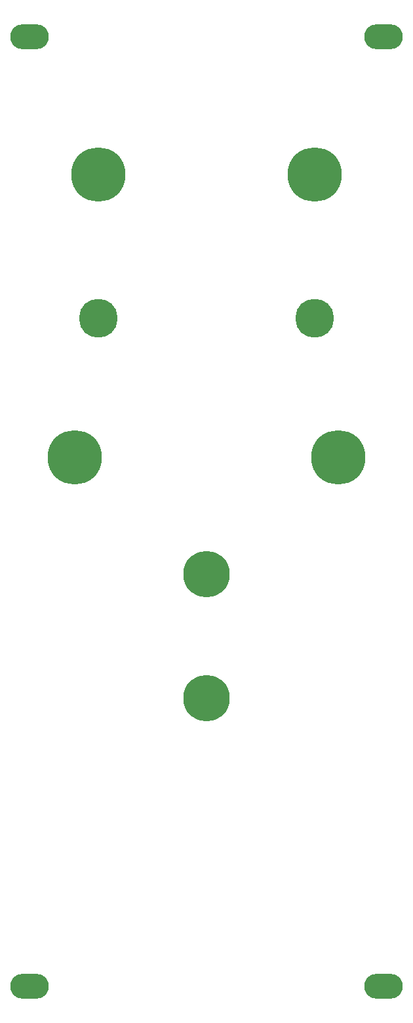
<source format=gbr>
%TF.GenerationSoftware,KiCad,Pcbnew,(6.0.11)*%
%TF.CreationDate,2023-01-29T15:03:24+00:00*%
%TF.ProjectId,Quadraphone_Panel,51756164-7261-4706-986f-6e655f50616e,rev?*%
%TF.SameCoordinates,Original*%
%TF.FileFunction,Soldermask,Bot*%
%TF.FilePolarity,Negative*%
%FSLAX46Y46*%
G04 Gerber Fmt 4.6, Leading zero omitted, Abs format (unit mm)*
G04 Created by KiCad (PCBNEW (6.0.11)) date 2023-01-29 15:03:24*
%MOMM*%
%LPD*%
G01*
G04 APERTURE LIST*
%ADD10C,5.000000*%
%ADD11C,7.000000*%
%ADD12O,5.000000X3.200000*%
%ADD13C,6.000000*%
G04 APERTURE END LIST*
D10*
%TO.C,Ref\u002A\u002A*%
X94000000Y-76000000D03*
%TD*%
D11*
%TO.C,Ref\u002A\u002A*%
X66000000Y-57500000D03*
%TD*%
D12*
%TO.C,Ref\u002A\u002A*%
X102900000Y-39700000D03*
%TD*%
D11*
%TO.C,Ref\u002A\u002A*%
X94000000Y-57500000D03*
%TD*%
%TO.C,Ref\u002A\u002A*%
X97000000Y-94000000D03*
%TD*%
D10*
%TO.C,Ref\u002A\u002A*%
X66000000Y-76000000D03*
%TD*%
D12*
%TO.C,Ref\u002A\u002A*%
X102900000Y-162200000D03*
%TD*%
D13*
%TO.C,Ref\u002A\u002A*%
X80000000Y-125000000D03*
%TD*%
D11*
%TO.C,Ref\u002A\u002A*%
X63000000Y-94000000D03*
%TD*%
D12*
%TO.C,Ref\u002A\u002A*%
X57100000Y-162200000D03*
%TD*%
D13*
%TO.C,Ref\u002A\u002A*%
X80000000Y-109000000D03*
%TD*%
D12*
%TO.C,Ref\u002A\u002A*%
X57100000Y-39700000D03*
%TD*%
M02*

</source>
